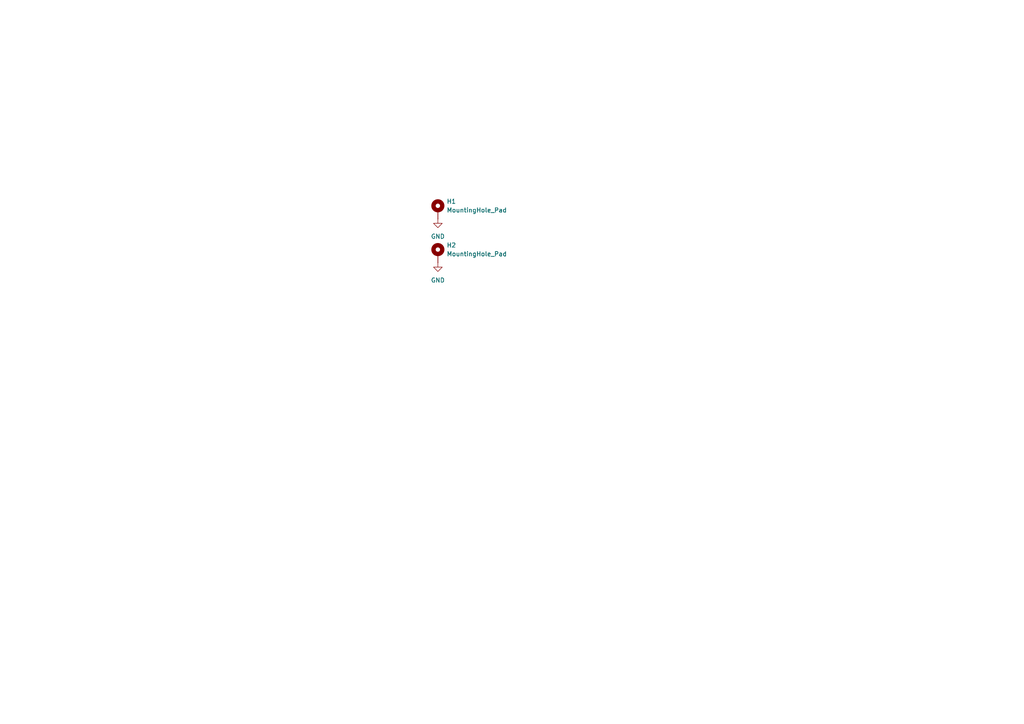
<source format=kicad_sch>
(kicad_sch (version 20231120) (generator "eeschema") (generator_version "8.0")
  (paper "A4")
  (lib_symbols
    (symbol "Mechanical:MountingHole_Pad" (pin_numbers hide) (pin_names (offset 1.016) hide) (exclude_from_sim yes) (in_bom no)
      (property "Reference" "H" (at 0 6.35 0))
      (property "Value" "MountingHole_Pad" (at 0 4.445 0))
      (symbol "MountingHole_Pad_0_1"
        (circle (center 0 1.27) (radius 1.27) (stroke (width 1.27)))
      )
      (symbol "MountingHole_Pad_1_1"
        (pin input line (at 0 -2.54 90) (length 2.54) (name "1") (number "1"))
      )
    )
    (symbol "power:GND" (power) (pin_numbers hide) (pin_names (offset 0) hide)
      (property "Value" "GND" (at 0 -3.81 0))
      (symbol "GND_0_1"
        (polyline (pts (xy 0 0) (xy 0 -1.27) (xy 1.27 -1.27) (xy 0 -2.54) (xy -1.27 -1.27) (xy 0 -1.27)))
      )
      (symbol "GND_1_1"
        (pin power_in line (at 0 0 270) (length 0) (name "~") (number "1"))
      )
    )
  )
  (symbol (lib_id "power:GND") (at 127 63.5 0) (unit 1)
    (property "Reference" "#PWR01" (effects (hide yes)))
    (property "Value" "GND" (at 127 68.58 0))
    (property "Description" "Power symbol creates a global label with name \"GND\" , ground" (effects (hide yes)))
  )
  (symbol (lib_id "Mechanical:MountingHole_Pad") (at 127 73.66 0) (unit 1) (exclude_from_sim yes) (in_bom no)
    (property "Reference" "H2" (at 129.54 71.1199 0) (effects (justify left)))
    (property "Value" "MountingHole_Pad" (at 129.54 73.6599 0) (effects (justify left)))
    (property "Footprint" "MountingHole:MountingHole_3.2mm_M3_Pad" (effects (hide yes)))
    (property "Description" "Mounting Hole with connection" (effects (hide yes)))
  )
  (symbol (lib_id "power:GND") (at 127 76.2 0) (unit 1)
    (property "Reference" "#PWR02" (effects (hide yes)))
    (property "Value" "GND" (at 127 81.28 0))
    (property "Description" "Power symbol creates a global label with name \"GND\" , ground" (effects (hide yes)))
  )
  (symbol (lib_id "Mechanical:MountingHole_Pad") (at 127 60.96 0) (unit 1) (exclude_from_sim yes) (in_bom no)
    (property "Reference" "H1" (at 129.54 58.4199 0) (effects (justify left)))
    (property "Value" "MountingHole_Pad" (at 129.54 60.9599 0) (effects (justify left)))
    (property "Footprint" "MountingHole:MountingHole_3.2mm_M3_Pad" (effects (hide yes)))
    (property "Description" "Mounting Hole with connection" (effects (hide yes)))
  )
)
</source>
